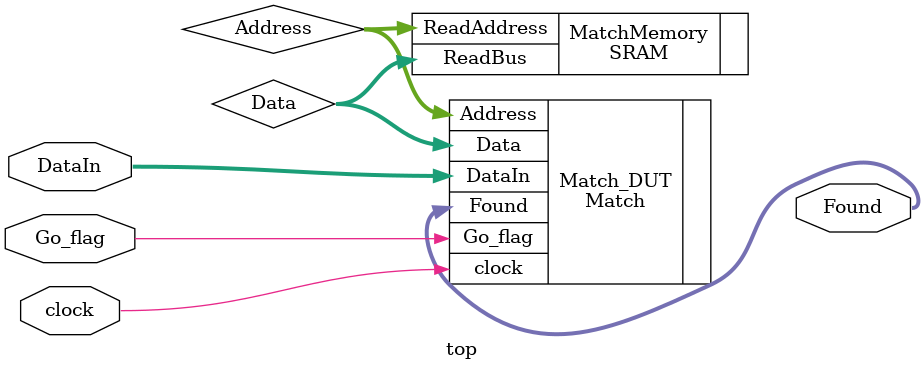
<source format=v>
`timescale 1ns / 1 ps
module top(clock, DataIn, Go_flag, Found) ;
 
 input clock ;
 input [7:0] DataIn ;
 input Go_flag ;
 output [31:0] Found ; 
 wire [3:0] Address ;
 wire [31:0] Data ;

Match Match_DUT(.clock(clock), .DataIn(DataIn), .Go_flag(Go_flag), .Data(Data), .Address(Address), .Found(Found));
SRAM MatchMemory(.ReadAddress(Address), .ReadBus(Data)) ;
endmodule

</source>
